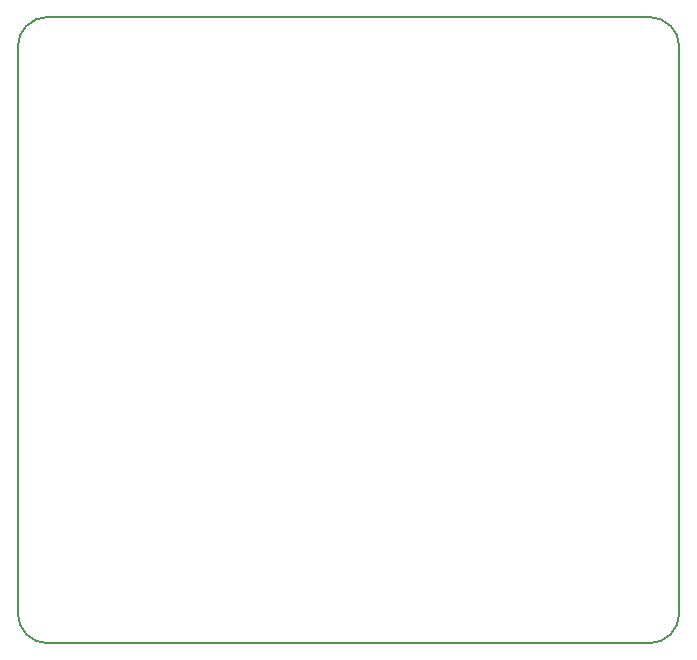
<source format=gbr>
%TF.GenerationSoftware,KiCad,Pcbnew,9.0.3-9.0.3-0~ubuntu22.04.1*%
%TF.CreationDate,2025-09-08T10:32:46+08:00*%
%TF.ProjectId,pdtrigger,70647472-6967-4676-9572-2e6b69636164,rev?*%
%TF.SameCoordinates,Original*%
%TF.FileFunction,Profile,NP*%
%FSLAX46Y46*%
G04 Gerber Fmt 4.6, Leading zero omitted, Abs format (unit mm)*
G04 Created by KiCad (PCBNEW 9.0.3-9.0.3-0~ubuntu22.04.1) date 2025-09-08 10:32:46*
%MOMM*%
%LPD*%
G01*
G04 APERTURE LIST*
%TA.AperFunction,Profile*%
%ADD10C,0.200000*%
%TD*%
G04 APERTURE END LIST*
D10*
X-22000000Y12500000D02*
G75*
G02*
X-19500000Y15000000I2500000J0D01*
G01*
X31500000Y15000000D02*
G75*
G02*
X34000000Y12500000I0J-2500000D01*
G01*
X-19500000Y-38000000D02*
G75*
G02*
X-22000000Y-35500000I0J2500000D01*
G01*
X34000000Y-35500000D02*
G75*
G02*
X31500000Y-38000000I-2500000J0D01*
G01*
X31500000Y-38000000D02*
X-19500000Y-38000000D01*
X34000000Y12500000D02*
X34000000Y-35500000D01*
X-19500000Y15000000D02*
X31500000Y15000000D01*
X-22000000Y12500000D02*
X-22000000Y-35500000D01*
M02*

</source>
